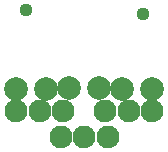
<source format=gbr>
G04 EAGLE Gerber X2 export*
G04 #@! %TF.Part,Single*
G04 #@! %TF.FileFunction,Soldermask,Bot,1*
G04 #@! %TF.FilePolarity,Negative*
G04 #@! %TF.GenerationSoftware,Autodesk,EAGLE,8.6.0*
G04 #@! %TF.CreationDate,2018-03-03T07:26:01Z*
G75*
%MOMM*%
%FSLAX34Y34*%
%LPD*%
%AMOC8*
5,1,8,0,0,1.08239X$1,22.5*%
G01*
%ADD10C,1.930400*%
%ADD11C,2.008000*%
%ADD12C,1.112000*%


D10*
X457700Y366000D03*
X477700Y366000D03*
X497700Y366000D03*
X422500Y366100D03*
X402500Y366100D03*
X382500Y366100D03*
D11*
X472300Y385400D03*
X497700Y385400D03*
X382300Y385400D03*
X407700Y385400D03*
D10*
X420200Y344400D03*
X440200Y344400D03*
X460200Y344400D03*
D11*
X427400Y385700D03*
X452800Y385700D03*
D12*
X490300Y448700D03*
X391200Y452200D03*
M02*

</source>
